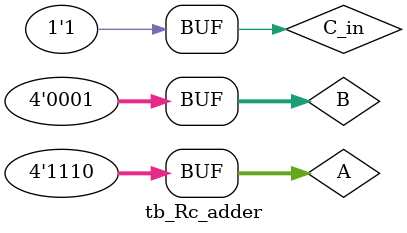
<source format=v>
`timescale 1ns / 1ps


module tb_Rc_adder();

    reg [3:0] A;
    reg [3:0] B;
    reg C_in;

    wire [3:0] Sum_out;
    wire C_out;

    RC_adder uut (
        .A(A), 
        .B(B), 
        .C_in(C_in), 
        .Sum_out(Sum_out), 
        .C_out(C_out)
    );

    initial begin
        A = 3;      B = 6;      C_in = 0;       #100;
        A = 5;      B = 7;      C_in = 1;       #100;
        A = 6;      B = 4;      C_in = 0;       #100;
        A = 8;      B = 9;      C_in = 1;       #100;
        A = 11;     B = 10;     C_in = 0;       #100;
        A = 13;     B = 11;     C_in = 1;       #100;
        A = 15;     B = 3;      C_in = 0;       #100;
        A = 0;      B = 0;      C_in = 1;       #100;
        A = 9;      B = 2;      C_in = 0;       #100;
        A = 14;     B = 1;      C_in = 1;       #100;
    end
      
endmodule


</source>
